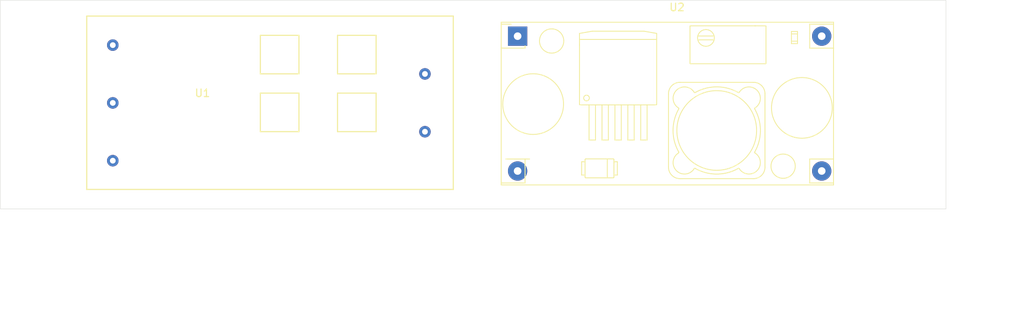
<source format=kicad_pcb>
(kicad_pcb (version 20240108) (generator "pcbnew") (generator_version "8.0")
  (layers (0 "F.Cu" signal) (31 "B.Cu" signal) (34 "B.Paste" user) (35 "F.Paste" user) (36 "B.SilkS" user "B.Silkscreen") (37 "F.SilkS" user "F.Silkscreen") (38 "B.Mask" user) (39 "F.Mask" user) (44 "Edge.Cuts" user))
  (net 0 "")
  (footprint "LM2596:YAAJ_DCDC_StepDown_LM2596" (layer "F.Cu") (at 152 76.72)
    (property "Reference" "U2" (at 21.59 -3.81 0) (layer "F.SilkS"))
    (property "Value" "YAAJ_DCDC_StepDown_LM2596")
    (fp_line (start -1.555 -1.835) (end -1.555 19.615) (stroke (width 0.12)) (layer "F.SilkS"))
    (fp_line (start -1.555 19.615) (end 42.195 19.615) (stroke (width 0.12)) (layer "F.SilkS"))
    (fp_line (start -1.55 -1.58) (end -0.25 -1.58) (stroke (width 0.12)) (layer "F.SilkS"))
    (fp_line (start -1.55 1.575) (end 1.58 1.58) (stroke (width 0.12)) (layer "F.SilkS"))
    (fp_line (start -1.55 19.36) (end 1.58 19.36) (stroke (width 0.12)) (layer "F.SilkS"))
    (fp_line (start -0.95 16.2) (end 2.18 16.2) (stroke (width 0.12)) (layer "F.SilkS"))
    (fp_line (start 1.58 1.27) (end 1.58 1.58) (stroke (width 0.12)) (layer "F.SilkS"))
    (fp_line (start 1.58 16.2) (end 1.58 19.36) (stroke (width 0.12)) (layer "F.SilkS"))
    (fp_line (start 8.749233 1.004149) (end 8.749233 1.165687) (stroke (width 0.12)) (layer "F.SilkS"))
    (fp_line (start 8.750233 -0.36239) (end 10.400233 -0.653329) (stroke (width 0.12)) (layer "F.SilkS"))
    (fp_line (start 8.750233 8.989106) (end 8.750233 -0.36239) (stroke (width 0.12)) (layer "F.SilkS"))
    (fp_line (start 8.750233 8.989106) (end 8.827797 9.06667) (stroke (width 0.12)) (layer "F.SilkS"))
    (fp_line (start 8.827797 9.06667) (end 18.83267 9.06667) (stroke (width 0.12)) (layer "F.SilkS"))
    (fp_line (start 9.031636 16.558217) (end 9.481636 16.558217) (stroke (width 0.12)) (layer "F.SilkS"))
    (fp_line (start 9.031636 18.308217) (end 9.031636 16.558217) (stroke (width 0.12)) (layer "F.SilkS"))
    (fp_line (start 9.481636 18.308217) (end 9.031636 18.308217) (stroke (width 0.12)) (layer "F.SilkS"))
    (fp_line (start 9.481636 18.583217) (end 9.481636 16.283217) (stroke (width 0.12)) (layer "F.SilkS"))
    (fp_line (start 9.581636 16.183217) (end 13.181636 16.183217) (stroke (width 0.12)) (layer "F.SilkS"))
    (fp_line (start 10.010233 13.69667) (end 10.010233 9.06667) (stroke (width 0.12)) (layer "F.SilkS"))
    (fp_line (start 10.010233 13.69667) (end 10.850233 13.69667) (stroke (width 0.12)) (layer "F.SilkS"))
    (fp_line (start 10.400233 -0.653329) (end 17.260233 -0.653329) (stroke (width 0.12)) (layer "F.SilkS"))
    (fp_line (start 10.850233 13.69667) (end 10.850233 9.06667) (stroke (width 0.12)) (layer "F.SilkS"))
    (fp_line (start 11.710233 13.69667) (end 11.710233 9.06667) (stroke (width 0.12)) (layer "F.SilkS"))
    (fp_line (start 11.710233 13.69667) (end 12.550233 13.69667) (stroke (width 0.12)) (layer "F.SilkS"))
    (fp_line (start 12.411358 16.283217) (end 12.411358 18.583217) (stroke (width 0.12)) (layer "F.SilkS"))
    (fp_line (start 12.550233 13.69667) (end 12.550233 9.06667) (stroke (width 0.12)) (layer "F.SilkS"))
    (fp_line (start 13.181636 18.683217) (end 9.581636 18.683217) (stroke (width 0.12)) (layer "F.SilkS"))
    (fp_line (start 13.281636 16.283217) (end 13.281636 18.583217) (stroke (width 0.12)) (layer "F.SilkS"))
    (fp_line (start 13.281636 16.558217) (end 13.731636 16.558217) (stroke (width 0.12)) (layer "F.SilkS"))
    (fp_line (start 13.282636 16.794696) (end 13.282636 16.700144) (stroke (width 0.12)) (layer "F.SilkS"))
    (fp_line (start 13.410233 13.69667) (end 13.410233 9.06667) (stroke (width 0.12)) (layer "F.SilkS"))
    (fp_line (start 13.410233 13.69667) (end 14.250233 13.69667) (stroke (width 0.12)) (layer "F.SilkS"))
    (fp_line (start 13.731636 16.558217) (end 13.731636 18.308217) (stroke (width 0.12)) (layer "F.SilkS"))
    (fp_line (start 13.731636 18.308217) (end 13.281636 18.308217) (stroke (width 0.12)) (layer "F.SilkS"))
    (fp_line (start 14.250233 13.69667) (end 14.250233 9.06667) (stroke (width 0.12)) (layer "F.SilkS"))
    (fp_line (start 15.110233 13.69667) (end 15.110233 9.06667) (stroke (width 0.12)) (layer "F.SilkS"))
    (fp_line (start 15.110233 13.69667) (end 15.950233 13.69667) (stroke (width 0.12)) (layer "F.SilkS"))
    (fp_line (start 15.950233 13.69667) (end 15.950233 9.06667) (stroke (width 0.12)) (layer "F.SilkS"))
    (fp_line (start 16.810233 13.69667) (end 16.810233 9.06667) (stroke (width 0.12)) (layer "F.SilkS"))
    (fp_line (start 16.810233 13.69667) (end 17.650233 13.69667) (stroke (width 0.12)) (layer "F.SilkS"))
    (fp_line (start 17.260233 -0.653329) (end 18.910233 -0.36239) (stroke (width 0.12)) (layer "F.SilkS"))
    (fp_line (start 17.650233 13.69667) (end 17.650233 9.06667) (stroke (width 0.12)) (layer "F.SilkS"))
    (fp_line (start 18.83267 9.06667) (end 18.910233 8.989106) (stroke (width 0.12)) (layer "F.SilkS"))
    (fp_line (start 18.910233 0.42667) (end 8.750233 0.42667) (stroke (width 0.12)) (layer "F.SilkS"))
    (fp_line (start 18.910233 8.989106) (end 18.910233 -0.36239) (stroke (width 0.12)) (layer "F.SilkS"))
    (fp_line (start 20.467397 7.585796) (end 20.467397 17.285796) (stroke (width 0.12)) (layer "F.SilkS"))
    (fp_line (start 21.967397 18.785796) (end 31.667397 18.785796) (stroke (width 0.12)) (layer "F.SilkS"))
    (fp_line (start 23.299783 3.582294) (end 23.299783 -1.317705) (stroke (width 0.12)) (layer "F.SilkS"))
    (fp_line (start 23.349783 -1.367705) (end 33.249783 -1.367705) (stroke (width 0.12)) (layer "F.SilkS"))
    (fp_line (start 24.336385 -0.0491) (end 24.360553 -0.017705) (stroke (width 0.12)) (layer "F.SilkS"))
    (fp_line (start 24.348594 0.007294) (end 24.324147 0.002062) (stroke (width 0.12)) (layer "F.SilkS"))
    (fp_line (start 24.348594 0.007294) (end 24.355764 -0.023925) (stroke (width 0.12)) (layer "F.SilkS"))
    (fp_line (start 24.348594 0.007294) (end 24.360553 -0.017705) (stroke (width 0.12)) (layer "F.SilkS"))
    (fp_line (start 24.360553 0.482294) (end 26.439014 0.482294) (stroke (width 0.12)) (layer "F.SilkS"))
    (fp_line (start 26.439014 -0.017705) (end 24.360553 -0.017705) (stroke (width 0.12)) (layer "F.SilkS"))
    (fp_line (start 31.667397 6.085796) (end 21.967397 6.085796) (stroke (width 0.12)) (layer "F.SilkS"))
    (fp_line (start 31.858978 -1.368705) (end 31.814106 -1.368705) (stroke (width 0.12)) (layer "F.SilkS"))
    (fp_line (start 31.942312 -1.368705) (end 31.908357 -1.368705) (stroke (width 0.12)) (layer "F.SilkS"))
    (fp_line (start 33.167397 17.285796) (end 33.167397 7.585796) (stroke (width 0.12)) (layer "F.SilkS"))
    (fp_line (start 33.249783 3.632294) (end 23.349783 3.632294) (stroke (width 0.12)) (layer "F.SilkS"))
    (fp_line (start 33.299783 -1.317705) (end 33.299783 3.582294) (stroke (width 0.12)) (layer "F.SilkS"))
    (fp_line (start 36.648681 -0.299704) (end 37.448681 -0.299704) (stroke (width 0.12)) (layer "F.SilkS"))
    (fp_line (start 36.648681 0.980295) (end 36.648681 -0.619704) (stroke (width 0.12)) (layer "F.SilkS"))
    (fp_line (start 37.448681 -0.619704) (end 36.648681 -0.619704) (stroke (width 0.12)) (layer "F.SilkS"))
    (fp_line (start 37.448681 -0.619704) (end 37.448681 0.980295) (stroke (width 0.12)) (layer "F.SilkS"))
    (fp_line (start 37.448681 0.660295) (end 36.648681 0.660295) (stroke (width 0.12)) (layer "F.SilkS"))
    (fp_line (start 37.448681 0.980295) (end 36.648681 0.980295) (stroke (width 0.12)) (layer "F.SilkS"))
    (fp_line (start 39.06 -1.58) (end 42.175 -1.58) (stroke (width 0.12)) (layer "F.SilkS"))
    (fp_line (start 39.06 1.58) (end 39.06 -1.58) (stroke (width 0.12)) (layer "F.SilkS"))
    (fp_line (start 39.06 1.58) (end 42.22 1.58) (stroke (width 0.12)) (layer "F.SilkS"))
    (fp_line (start 39.06 16.2) (end 42.175 16.2) (stroke (width 0.12)) (layer "F.SilkS"))
    (fp_line (start 39.06 19.36) (end 39.06 16.2) (stroke (width 0.12)) (layer "F.SilkS"))
    (fp_line (start 39.06 19.36) (end 42.175 19.36) (stroke (width 0.12)) (layer "F.SilkS"))
    (fp_line (start 42.195 -1.835) (end -1.555 -1.835) (stroke (width 0.12)) (layer "F.SilkS"))
    (fp_line (start 42.195 19.615) (end 42.195 -1.835) (stroke (width 0.12)) (layer "F.SilkS"))
    (fp_arc (start 9.481636 16.283217) (mid 9.510921 16.212508) (end 9.581636 16.183217) (stroke (width 0.12)) (layer "F.SilkS"))
    (fp_arc (start 9.581636 18.683217) (mid 9.510931 18.653935) (end 9.481636 18.583217) (stroke (width 0.12)) (layer "F.SilkS"))
    (fp_arc (start 13.181636 16.183217) (mid 13.252353 16.212514) (end 13.281636 16.283217) (stroke (width 0.12)) (layer "F.SilkS"))
    (fp_arc (start 13.281636 18.583217) (mid 13.252343 18.653929) (end 13.181636 18.683217) (stroke (width 0.12)) (layer "F.SilkS"))
    (fp_arc (start 20.467397 7.585796) (mid 20.906738 6.525137) (end 21.967397 6.085796) (stroke (width 0.12)) (layer "F.SilkS"))
    (fp_arc (start 21.781131 9.46601) (mid 21.8252 9.526245) (end 21.815218 9.600183) (stroke (width 0.12)) (layer "F.SilkS"))
    (fp_arc (start 21.781132 9.466011) (mid 21.514101 7.132501) (end 23.847611 7.399531) (stroke (width 0.12)) (layer "F.SilkS"))
    (fp_arc (start 21.815217 15.271409) (mid 21.825126 15.345337) (end 21.781132 15.405582) (stroke (width 0.12)) (layer "F.SilkS"))
    (fp_arc (start 21.815218 15.27141) (mid 21.067399 12.435797) (end 21.815218 9.600183) (stroke (width 0.12)) (layer "F.SilkS"))
    (fp_arc (start 21.967397 18.785796) (mid 20.90674 18.346455) (end 20.467397 17.285796) (stroke (width 0.12)) (layer "F.SilkS"))
    (fp_arc (start 23.299783 -1.317705) (mid 23.314428 -1.353063) (end 23.349783 -1.367705) (stroke (width 0.12)) (layer "F.SilkS"))
    (fp_arc (start 23.349783 3.632294) (mid 23.314441 3.617643) (end 23.299783 3.582294) (stroke (width 0.12)) (layer "F.SilkS"))
    (fp_arc (start 23.847611 17.472062) (mid 21.514153 17.739048) (end 21.781132 15.405582) (stroke (width 0.12)) (layer "F.SilkS"))
    (fp_arc (start 23.847611 17.472062) (mid 23.907846 17.427997) (end 23.981783 17.437976) (stroke (width 0.12)) (layer "F.SilkS"))
    (fp_arc (start 23.981783 7.433617) (mid 23.907854 7.443509) (end 23.847611 7.399531) (stroke (width 0.12)) (layer "F.SilkS"))
    (fp_arc (start 23.981784 7.433617) (mid 26.817398 6.685796) (end 29.653011 7.433617) (stroke (width 0.12)) (layer "F.SilkS"))
    (fp_arc (start 24.324148 0.462527) (mid 26.469639 -0.023582) (end 24.336385 0.51369) (stroke (width 0.12)) (layer "F.SilkS"))
    (fp_arc (start 29.653011 17.437976) (mid 26.817397 18.185797) (end 23.981783 17.437976) (stroke (width 0.12)) (layer "F.SilkS"))
    (fp_arc (start 29.653011 17.437976) (mid 29.726938 17.428069) (end 29.787183 17.472062) (stroke (width 0.12)) (layer "F.SilkS"))
    (fp_arc (start 29.787183 7.399531) (mid 29.726945 7.443551) (end 29.653011 7.433617) (stroke (width 0.12)) (layer "F.SilkS"))
    (fp_arc (start 29.787183 7.399531) (mid 32.120655 7.132547) (end 31.853662 9.466011) (stroke (width 0.12)) (layer "F.SilkS"))
    (fp_arc (start 31.667397 6.085796) (mid 32.728061 6.525135) (end 33.167397 7.585796) (stroke (width 0.12)) (layer "F.SilkS"))
    (fp_arc (start 31.819576 9.600183) (mid 32.567399 12.435797) (end 31.819576 15.27141) (stroke (width 0.12)) (layer "F.SilkS"))
    (fp_arc (start 31.819577 9.600184) (mid 31.809685 9.526255) (end 31.853662 9.466011) (stroke (width 0.12)) (layer "F.SilkS"))
    (fp_arc (start 31.853662 15.405582) (mid 32.120701 17.739101) (end 29.787183 17.472062) (stroke (width 0.12)) (layer "F.SilkS"))
    (fp_arc (start 31.853663 15.405583) (mid 31.809646 15.345344) (end 31.819576 15.27141) (stroke (width 0.12)) (layer "F.SilkS"))
    (fp_arc (start 33.167397 17.285796) (mid 32.728058 18.346458) (end 31.667397 18.785796) (stroke (width 0.12)) (layer "F.SilkS"))
    (fp_arc (start 33.249783 -1.367705) (mid 33.285151 -1.353067) (end 33.299783 -1.317705) (stroke (width 0.12)) (layer "F.SilkS"))
    (fp_arc (start 33.299783 3.582294) (mid 33.285139 3.617647) (end 33.249783 3.632294) (stroke (width 0.12)) (layer "F.SilkS"))
    (fp_circle (center 2.646666 8.957418) (end 6.646666 8.957418) (stroke (width 0.12)) (fill none) (layer "F.SilkS"))
    (fp_circle (center 5.08 0.635) (end 6.678999 0.635) (stroke (width 0.12)) (fill none) (layer "F.SilkS"))
    (fp_circle (center 9.673179 8.154594) (end 10.048179 8.154594) (stroke (width 0.12)) (fill none) (layer "F.SilkS"))
    (fp_circle (center 26.817397 12.435796) (end 32.067397 12.435796) (stroke (width 0.12)) (fill none) (layer "F.SilkS"))
    (fp_circle (center 35.56 17.145) (end 37.159 17.145) (stroke (width 0.12)) (fill none) (layer "F.SilkS"))
    (fp_circle (center 38.029307 9.455206) (end 42.029307 9.455206) (stroke (width 0.12)) (fill none) (layer "F.SilkS"))
    (pad "1" thru_hole rect (at 0.6 0) (size 2.54 2.54) (drill 1) (layers "*.Cu" "*.Mask"))
    (pad "2" thru_hole circle (at 0.6 17.78) (size 2.54 2.54) (drill 1) (layers "*.Cu" "*.Mask"))
    (pad "3" thru_hole circle (at 40.64 17.78) (size 2.54 2.54) (drill 1) (layers "*.Cu" "*.Mask"))
    (pad "4" thru_hole circle (at 40.64 0) (size 2.54 2.54) (drill 1) (layers "*.Cu" "*.Mask"))
  )
  (footprint "megasaturnv_custom_components:HX-2S-JH20" (layer "F.Cu") (at 120 85.5 180)
    (property "Reference" "U1" (at 8.89 1.27 0) (layer "F.SilkS"))
    (property "Value" "HX-2S-JH20")
    (fp_line (start 24.13 11.43) (end -24.13 11.43) (stroke (width 0.15)) (layer "F.SilkS"))
    (fp_line (start 24.13 -11.43) (end 24.13 11.43) (stroke (width 0.15)) (layer "F.SilkS"))
    (fp_line (start 1.27 8.89) (end 1.27 3.81) (stroke (width 0.15)) (layer "F.SilkS"))
    (fp_line (start 1.27 3.81) (end -3.81 3.81) (stroke (width 0.15)) (layer "F.SilkS"))
    (fp_line (start 1.27 1.27) (end 1.27 -3.81) (stroke (width 0.15)) (layer "F.SilkS"))
    (fp_line (start 1.27 -3.81) (end -3.81 -3.81) (stroke (width 0.15)) (layer "F.SilkS"))
    (fp_line (start -3.81 8.89) (end 1.27 8.89) (stroke (width 0.15)) (layer "F.SilkS"))
    (fp_line (start -3.81 3.81) (end -3.81 8.89) (stroke (width 0.15)) (layer "F.SilkS"))
    (fp_line (start -3.81 1.27) (end 1.27 1.27) (stroke (width 0.15)) (layer "F.SilkS"))
    (fp_line (start -3.81 -3.81) (end -3.81 1.27) (stroke (width 0.15)) (layer "F.SilkS"))
    (fp_line (start -8.89 8.89) (end -8.89 3.81) (stroke (width 0.15)) (layer "F.SilkS"))
    (fp_line (start -8.89 3.81) (end -13.97 3.81) (stroke (width 0.15)) (layer "F.SilkS"))
    (fp_line (start -8.89 1.27) (end -8.89 -3.81) (stroke (width 0.15)) (layer "F.SilkS"))
    (fp_line (start -8.89 -3.81) (end -13.97 -3.81) (stroke (width 0.15)) (layer "F.SilkS"))
    (fp_line (start -13.97 8.89) (end -8.89 8.89) (stroke (width 0.15)) (layer "F.SilkS"))
    (fp_line (start -13.97 3.81) (end -13.97 8.89) (stroke (width 0.15)) (layer "F.SilkS"))
    (fp_line (start -13.97 1.27) (end -8.89 1.27) (stroke (width 0.15)) (layer "F.SilkS"))
    (fp_line (start -13.97 -3.81) (end -13.97 1.27) (stroke (width 0.15)) (layer "F.SilkS"))
    (fp_line (start -24.13 11.43) (end -24.13 -11.43) (stroke (width 0.15)) (layer "F.SilkS"))
    (fp_line (start -24.13 -11.43) (end 24.13 -11.43) (stroke (width 0.15)) (layer "F.SilkS"))
    (pad "1" thru_hole circle (at -20.4 3.8 180) (size 1.524 1.524) (drill 0.762) (layers "*.Cu" "*.Mask"))
    (pad "2" thru_hole circle (at -20.4 -3.82 180) (size 1.524 1.524) (drill 0.762) (layers "*.Cu" "*.Mask"))
    (pad "3" thru_hole circle (at 20.7 7.6 180) (size 1.524 1.524) (drill 0.762) (layers "*.Cu" "*.Mask"))
    (pad "4" thru_hole circle (at 20.7 -0.02 180) (size 1.524 1.524) (drill 0.762) (layers "*.Cu" "*.Mask"))
    (pad "5" thru_hole circle (at 20.7 -7.64 180) (size 1.524 1.524) (drill 0.762) (layers "*.Cu" "*.Mask"))
  )
  (gr_rect (start 84.5 72) (end 209 99.5) (stroke (width 0.05)) (fill none) (layer "Edge.Cuts"))
)
</source>
